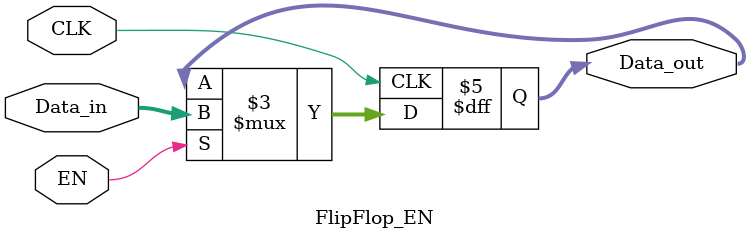
<source format=v>
`timescale 1ns / 1ps
module FlipFlop_EN(Data_in , Data_out , CLK , EN
    );
input[31:0]Data_in;
input CLK;
input EN;
output[31:0]Data_out;
reg[31:0]Data_out;

always@(posedge CLK) begin
	if(EN==1)
	 Data_out<=Data_in;
end

endmodule

</source>
